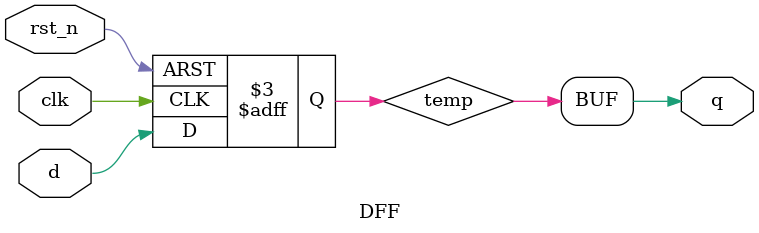
<source format=sv>
module DFF (
	input clk,    // Clock
	input rst_n,  // Asynchronous reset active low
	input d,
	output reg q
);

logic temp;

always_ff @(posedge clk or negedge rst_n) begin : proc_q
	if(~rst_n) begin
		temp <= 0;
	end else begin
		temp <= d;
	end
end

assign q = temp;

endmodule : DFF
</source>
